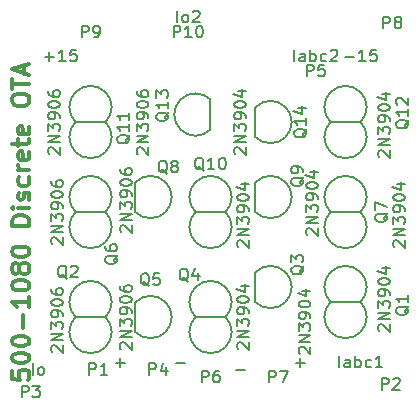
<source format=gto>
G04 #@! TF.FileFunction,Legend,Top*
%FSLAX46Y46*%
G04 Gerber Fmt 4.6, Leading zero omitted, Abs format (unit mm)*
G04 Created by KiCad (PCBNEW (2016-03-22 BZR 6643, Git db8c72c)-product) date 4/2/2016 6:11:23 PM*
%MOMM*%
G01*
G04 APERTURE LIST*
%ADD10C,0.100000*%
%ADD11C,0.300000*%
%ADD12C,0.150000*%
G04 APERTURE END LIST*
D10*
D11*
X77156571Y-109944712D02*
X77156571Y-110658998D01*
X77870857Y-110730427D01*
X77799429Y-110658998D01*
X77728000Y-110516141D01*
X77728000Y-110158998D01*
X77799429Y-110016141D01*
X77870857Y-109944712D01*
X78013714Y-109873284D01*
X78370857Y-109873284D01*
X78513714Y-109944712D01*
X78585143Y-110016141D01*
X78656571Y-110158998D01*
X78656571Y-110516141D01*
X78585143Y-110658998D01*
X78513714Y-110730427D01*
X77156571Y-108944713D02*
X77156571Y-108801856D01*
X77228000Y-108658999D01*
X77299429Y-108587570D01*
X77442286Y-108516141D01*
X77728000Y-108444713D01*
X78085143Y-108444713D01*
X78370857Y-108516141D01*
X78513714Y-108587570D01*
X78585143Y-108658999D01*
X78656571Y-108801856D01*
X78656571Y-108944713D01*
X78585143Y-109087570D01*
X78513714Y-109158999D01*
X78370857Y-109230427D01*
X78085143Y-109301856D01*
X77728000Y-109301856D01*
X77442286Y-109230427D01*
X77299429Y-109158999D01*
X77228000Y-109087570D01*
X77156571Y-108944713D01*
X77156571Y-107516142D02*
X77156571Y-107373285D01*
X77228000Y-107230428D01*
X77299429Y-107158999D01*
X77442286Y-107087570D01*
X77728000Y-107016142D01*
X78085143Y-107016142D01*
X78370857Y-107087570D01*
X78513714Y-107158999D01*
X78585143Y-107230428D01*
X78656571Y-107373285D01*
X78656571Y-107516142D01*
X78585143Y-107658999D01*
X78513714Y-107730428D01*
X78370857Y-107801856D01*
X78085143Y-107873285D01*
X77728000Y-107873285D01*
X77442286Y-107801856D01*
X77299429Y-107730428D01*
X77228000Y-107658999D01*
X77156571Y-107516142D01*
X78085143Y-106373285D02*
X78085143Y-105230428D01*
X78656571Y-103730428D02*
X78656571Y-104587571D01*
X78656571Y-104158999D02*
X77156571Y-104158999D01*
X77370857Y-104301856D01*
X77513714Y-104444714D01*
X77585143Y-104587571D01*
X77156571Y-102801857D02*
X77156571Y-102659000D01*
X77228000Y-102516143D01*
X77299429Y-102444714D01*
X77442286Y-102373285D01*
X77728000Y-102301857D01*
X78085143Y-102301857D01*
X78370857Y-102373285D01*
X78513714Y-102444714D01*
X78585143Y-102516143D01*
X78656571Y-102659000D01*
X78656571Y-102801857D01*
X78585143Y-102944714D01*
X78513714Y-103016143D01*
X78370857Y-103087571D01*
X78085143Y-103159000D01*
X77728000Y-103159000D01*
X77442286Y-103087571D01*
X77299429Y-103016143D01*
X77228000Y-102944714D01*
X77156571Y-102801857D01*
X77799429Y-101444714D02*
X77728000Y-101587572D01*
X77656571Y-101659000D01*
X77513714Y-101730429D01*
X77442286Y-101730429D01*
X77299429Y-101659000D01*
X77228000Y-101587572D01*
X77156571Y-101444714D01*
X77156571Y-101159000D01*
X77228000Y-101016143D01*
X77299429Y-100944714D01*
X77442286Y-100873286D01*
X77513714Y-100873286D01*
X77656571Y-100944714D01*
X77728000Y-101016143D01*
X77799429Y-101159000D01*
X77799429Y-101444714D01*
X77870857Y-101587572D01*
X77942286Y-101659000D01*
X78085143Y-101730429D01*
X78370857Y-101730429D01*
X78513714Y-101659000D01*
X78585143Y-101587572D01*
X78656571Y-101444714D01*
X78656571Y-101159000D01*
X78585143Y-101016143D01*
X78513714Y-100944714D01*
X78370857Y-100873286D01*
X78085143Y-100873286D01*
X77942286Y-100944714D01*
X77870857Y-101016143D01*
X77799429Y-101159000D01*
X77156571Y-99944715D02*
X77156571Y-99801858D01*
X77228000Y-99659001D01*
X77299429Y-99587572D01*
X77442286Y-99516143D01*
X77728000Y-99444715D01*
X78085143Y-99444715D01*
X78370857Y-99516143D01*
X78513714Y-99587572D01*
X78585143Y-99659001D01*
X78656571Y-99801858D01*
X78656571Y-99944715D01*
X78585143Y-100087572D01*
X78513714Y-100159001D01*
X78370857Y-100230429D01*
X78085143Y-100301858D01*
X77728000Y-100301858D01*
X77442286Y-100230429D01*
X77299429Y-100159001D01*
X77228000Y-100087572D01*
X77156571Y-99944715D01*
X78656571Y-97659001D02*
X77156571Y-97659001D01*
X77156571Y-97301858D01*
X77228000Y-97087573D01*
X77370857Y-96944715D01*
X77513714Y-96873287D01*
X77799429Y-96801858D01*
X78013714Y-96801858D01*
X78299429Y-96873287D01*
X78442286Y-96944715D01*
X78585143Y-97087573D01*
X78656571Y-97301858D01*
X78656571Y-97659001D01*
X78656571Y-96159001D02*
X77656571Y-96159001D01*
X77156571Y-96159001D02*
X77228000Y-96230430D01*
X77299429Y-96159001D01*
X77228000Y-96087573D01*
X77156571Y-96159001D01*
X77299429Y-96159001D01*
X78585143Y-95516144D02*
X78656571Y-95373287D01*
X78656571Y-95087572D01*
X78585143Y-94944715D01*
X78442286Y-94873287D01*
X78370857Y-94873287D01*
X78228000Y-94944715D01*
X78156571Y-95087572D01*
X78156571Y-95301858D01*
X78085143Y-95444715D01*
X77942286Y-95516144D01*
X77870857Y-95516144D01*
X77728000Y-95444715D01*
X77656571Y-95301858D01*
X77656571Y-95087572D01*
X77728000Y-94944715D01*
X78585143Y-93587572D02*
X78656571Y-93730429D01*
X78656571Y-94016143D01*
X78585143Y-94159001D01*
X78513714Y-94230429D01*
X78370857Y-94301858D01*
X77942286Y-94301858D01*
X77799429Y-94230429D01*
X77728000Y-94159001D01*
X77656571Y-94016143D01*
X77656571Y-93730429D01*
X77728000Y-93587572D01*
X78656571Y-92944715D02*
X77656571Y-92944715D01*
X77942286Y-92944715D02*
X77799429Y-92873287D01*
X77728000Y-92801858D01*
X77656571Y-92659001D01*
X77656571Y-92516144D01*
X78585143Y-91444716D02*
X78656571Y-91587573D01*
X78656571Y-91873287D01*
X78585143Y-92016144D01*
X78442286Y-92087573D01*
X77870857Y-92087573D01*
X77728000Y-92016144D01*
X77656571Y-91873287D01*
X77656571Y-91587573D01*
X77728000Y-91444716D01*
X77870857Y-91373287D01*
X78013714Y-91373287D01*
X78156571Y-92087573D01*
X77656571Y-90944716D02*
X77656571Y-90373287D01*
X77156571Y-90730430D02*
X78442286Y-90730430D01*
X78585143Y-90659002D01*
X78656571Y-90516144D01*
X78656571Y-90373287D01*
X78585143Y-89301859D02*
X78656571Y-89444716D01*
X78656571Y-89730430D01*
X78585143Y-89873287D01*
X78442286Y-89944716D01*
X77870857Y-89944716D01*
X77728000Y-89873287D01*
X77656571Y-89730430D01*
X77656571Y-89444716D01*
X77728000Y-89301859D01*
X77870857Y-89230430D01*
X78013714Y-89230430D01*
X78156571Y-89944716D01*
X77156571Y-87159002D02*
X77156571Y-86873288D01*
X77228000Y-86730430D01*
X77370857Y-86587573D01*
X77656571Y-86516145D01*
X78156571Y-86516145D01*
X78442286Y-86587573D01*
X78585143Y-86730430D01*
X78656571Y-86873288D01*
X78656571Y-87159002D01*
X78585143Y-87301859D01*
X78442286Y-87444716D01*
X78156571Y-87516145D01*
X77656571Y-87516145D01*
X77370857Y-87444716D01*
X77228000Y-87301859D01*
X77156571Y-87159002D01*
X77156571Y-86087573D02*
X77156571Y-85230430D01*
X78656571Y-85659001D02*
X77156571Y-85659001D01*
X78228000Y-84801859D02*
X78228000Y-84087573D01*
X78656571Y-84944716D02*
X77156571Y-84444716D01*
X78656571Y-83944716D01*
D12*
X90170000Y-93980000D02*
G75*
G03X87630000Y-93980000I-1270000J-1270000D01*
G01*
X90170000Y-96520000D02*
G75*
G03X90170000Y-93980000I-1270000J1270000D01*
G01*
X87630000Y-96520000D02*
G75*
G03X90170000Y-96520000I1270000J1270000D01*
G01*
X87630000Y-93980000D02*
X87630000Y-96520000D01*
X100330000Y-93980000D02*
G75*
G03X97790000Y-93980000I-1270000J-1270000D01*
G01*
X100330000Y-96520000D02*
G75*
G03X100330000Y-93980000I-1270000J1270000D01*
G01*
X97790000Y-96520000D02*
G75*
G03X100330000Y-96520000I1270000J1270000D01*
G01*
X97790000Y-93980000D02*
X97790000Y-96520000D01*
X100330000Y-87630000D02*
G75*
G03X97790000Y-87630000I-1270000J-1270000D01*
G01*
X100330000Y-90170000D02*
G75*
G03X100330000Y-87630000I-1270000J1270000D01*
G01*
X97790000Y-90170000D02*
G75*
G03X100330000Y-90170000I1270000J1270000D01*
G01*
X97790000Y-87630000D02*
X97790000Y-90170000D01*
X91440000Y-89535000D02*
G75*
G03X93980000Y-89535000I1270000J1270000D01*
G01*
X91440000Y-86995000D02*
G75*
G03X91440000Y-89535000I1270000J-1270000D01*
G01*
X93980000Y-86995000D02*
G75*
G03X91440000Y-86995000I-1270000J-1270000D01*
G01*
X93980000Y-89535000D02*
X93980000Y-86995000D01*
X90170000Y-104140000D02*
G75*
G03X87630000Y-104140000I-1270000J-1270000D01*
G01*
X90170000Y-106680000D02*
G75*
G03X90170000Y-104140000I-1270000J1270000D01*
G01*
X87630000Y-106680000D02*
G75*
G03X90170000Y-106680000I1270000J1270000D01*
G01*
X87630000Y-104140000D02*
X87630000Y-106680000D01*
X100330000Y-101600000D02*
G75*
G03X97790000Y-101600000I-1270000J-1270000D01*
G01*
X100330000Y-104140000D02*
G75*
G03X100330000Y-101600000I-1270000J1270000D01*
G01*
X97790000Y-104140000D02*
G75*
G03X100330000Y-104140000I1270000J1270000D01*
G01*
X97790000Y-101600000D02*
X97790000Y-104140000D01*
X104140000Y-88900000D02*
G75*
G03X104140000Y-91440000I1270000J-1270000D01*
G01*
X104140000Y-91440000D02*
G75*
G03X106680000Y-91440000I1270000J1270000D01*
G01*
X106680000Y-91440000D02*
G75*
G03X106680000Y-88900000I-1270000J1270000D01*
G01*
X106680000Y-88900000D02*
G75*
G03X106680000Y-86360000I-1270000J1270000D01*
G01*
X106680000Y-86360000D02*
G75*
G03X104140000Y-86360000I-1270000J-1270000D01*
G01*
X104140000Y-86360000D02*
G75*
G03X104140000Y-88900000I1270000J-1270000D01*
G01*
X104140000Y-88900000D02*
X106680000Y-88900000D01*
X85090000Y-88900000D02*
G75*
G03X85090000Y-86360000I-1270000J1270000D01*
G01*
X85090000Y-86360000D02*
G75*
G03X82550000Y-86360000I-1270000J-1270000D01*
G01*
X82550000Y-86360000D02*
G75*
G03X82550000Y-88900000I1270000J-1270000D01*
G01*
X82550000Y-88900000D02*
G75*
G03X82550000Y-91440000I1270000J-1270000D01*
G01*
X82550000Y-91440000D02*
G75*
G03X85090000Y-91440000I1270000J1270000D01*
G01*
X85090000Y-91440000D02*
G75*
G03X85090000Y-88900000I-1270000J1270000D01*
G01*
X85090000Y-88900000D02*
X82550000Y-88900000D01*
X92710000Y-96520000D02*
G75*
G03X92710000Y-99060000I1270000J-1270000D01*
G01*
X92710000Y-99060000D02*
G75*
G03X95250000Y-99060000I1270000J1270000D01*
G01*
X95250000Y-99060000D02*
G75*
G03X95250000Y-96520000I-1270000J1270000D01*
G01*
X95250000Y-96520000D02*
G75*
G03X95250000Y-93980000I-1270000J1270000D01*
G01*
X95250000Y-93980000D02*
G75*
G03X92710000Y-93980000I-1270000J-1270000D01*
G01*
X92710000Y-93980000D02*
G75*
G03X92710000Y-96520000I1270000J-1270000D01*
G01*
X92710000Y-96520000D02*
X95250000Y-96520000D01*
X104140000Y-96520000D02*
G75*
G03X104140000Y-99060000I1270000J-1270000D01*
G01*
X104140000Y-99060000D02*
G75*
G03X106680000Y-99060000I1270000J1270000D01*
G01*
X106680000Y-99060000D02*
G75*
G03X106680000Y-96520000I-1270000J1270000D01*
G01*
X106680000Y-96520000D02*
G75*
G03X106680000Y-93980000I-1270000J1270000D01*
G01*
X106680000Y-93980000D02*
G75*
G03X104140000Y-93980000I-1270000J-1270000D01*
G01*
X104140000Y-93980000D02*
G75*
G03X104140000Y-96520000I1270000J-1270000D01*
G01*
X104140000Y-96520000D02*
X106680000Y-96520000D01*
X85090000Y-96520000D02*
G75*
G03X85090000Y-93980000I-1270000J1270000D01*
G01*
X85090000Y-93980000D02*
G75*
G03X82550000Y-93980000I-1270000J-1270000D01*
G01*
X82550000Y-93980000D02*
G75*
G03X82550000Y-96520000I1270000J-1270000D01*
G01*
X82550000Y-96520000D02*
G75*
G03X82550000Y-99060000I1270000J-1270000D01*
G01*
X82550000Y-99060000D02*
G75*
G03X85090000Y-99060000I1270000J1270000D01*
G01*
X85090000Y-99060000D02*
G75*
G03X85090000Y-96520000I-1270000J1270000D01*
G01*
X85090000Y-96520000D02*
X82550000Y-96520000D01*
X95250000Y-105410000D02*
G75*
G03X95250000Y-102870000I-1270000J1270000D01*
G01*
X95250000Y-102870000D02*
G75*
G03X92710000Y-102870000I-1270000J-1270000D01*
G01*
X92710000Y-102870000D02*
G75*
G03X92710000Y-105410000I1270000J-1270000D01*
G01*
X92710000Y-105410000D02*
G75*
G03X92710000Y-107950000I1270000J-1270000D01*
G01*
X92710000Y-107950000D02*
G75*
G03X95250000Y-107950000I1270000J1270000D01*
G01*
X95250000Y-107950000D02*
G75*
G03X95250000Y-105410000I-1270000J1270000D01*
G01*
X95250000Y-105410000D02*
X92710000Y-105410000D01*
X85090000Y-105410000D02*
G75*
G03X85090000Y-102870000I-1270000J1270000D01*
G01*
X85090000Y-102870000D02*
G75*
G03X82550000Y-102870000I-1270000J-1270000D01*
G01*
X82550000Y-102870000D02*
G75*
G03X82550000Y-105410000I1270000J-1270000D01*
G01*
X82550000Y-105410000D02*
G75*
G03X82550000Y-107950000I1270000J-1270000D01*
G01*
X82550000Y-107950000D02*
G75*
G03X85090000Y-107950000I1270000J1270000D01*
G01*
X85090000Y-107950000D02*
G75*
G03X85090000Y-105410000I-1270000J1270000D01*
G01*
X85090000Y-105410000D02*
X82550000Y-105410000D01*
X104140000Y-104140000D02*
G75*
G03X104140000Y-106680000I1270000J-1270000D01*
G01*
X104140000Y-106680000D02*
G75*
G03X106680000Y-106680000I1270000J1270000D01*
G01*
X106680000Y-106680000D02*
G75*
G03X106680000Y-104140000I-1270000J1270000D01*
G01*
X106680000Y-104140000D02*
G75*
G03X106680000Y-101600000I-1270000J1270000D01*
G01*
X106680000Y-101600000D02*
G75*
G03X104140000Y-101600000I-1270000J-1270000D01*
G01*
X104140000Y-101600000D02*
G75*
G03X104140000Y-104140000I1270000J-1270000D01*
G01*
X104140000Y-104140000D02*
X106680000Y-104140000D01*
X90860714Y-81732381D02*
X90860714Y-80732381D01*
X91241667Y-80732381D01*
X91336905Y-80780000D01*
X91384524Y-80827619D01*
X91432143Y-80922857D01*
X91432143Y-81065714D01*
X91384524Y-81160952D01*
X91336905Y-81208571D01*
X91241667Y-81256190D01*
X90860714Y-81256190D01*
X92384524Y-81732381D02*
X91813095Y-81732381D01*
X92098809Y-81732381D02*
X92098809Y-80732381D01*
X92003571Y-80875238D01*
X91908333Y-80970476D01*
X91813095Y-81018095D01*
X93003571Y-80732381D02*
X93098810Y-80732381D01*
X93194048Y-80780000D01*
X93241667Y-80827619D01*
X93289286Y-80922857D01*
X93336905Y-81113333D01*
X93336905Y-81351429D01*
X93289286Y-81541905D01*
X93241667Y-81637143D01*
X93194048Y-81684762D01*
X93098810Y-81732381D01*
X93003571Y-81732381D01*
X92908333Y-81684762D01*
X92860714Y-81637143D01*
X92813095Y-81541905D01*
X92765476Y-81351429D01*
X92765476Y-81113333D01*
X92813095Y-80922857D01*
X92860714Y-80827619D01*
X92908333Y-80780000D01*
X93003571Y-80732381D01*
X91146429Y-80462381D02*
X91146429Y-79462381D01*
X91765476Y-80462381D02*
X91670238Y-80414762D01*
X91622619Y-80367143D01*
X91575000Y-80271905D01*
X91575000Y-79986190D01*
X91622619Y-79890952D01*
X91670238Y-79843333D01*
X91765476Y-79795714D01*
X91908334Y-79795714D01*
X92003572Y-79843333D01*
X92051191Y-79890952D01*
X92098810Y-79986190D01*
X92098810Y-80271905D01*
X92051191Y-80367143D01*
X92003572Y-80414762D01*
X91908334Y-80462381D01*
X91765476Y-80462381D01*
X92479762Y-79557619D02*
X92527381Y-79510000D01*
X92622619Y-79462381D01*
X92860715Y-79462381D01*
X92955953Y-79510000D01*
X93003572Y-79557619D01*
X93051191Y-79652857D01*
X93051191Y-79748095D01*
X93003572Y-79890952D01*
X92432143Y-80462381D01*
X93051191Y-80462381D01*
X83716905Y-110307381D02*
X83716905Y-109307381D01*
X84097858Y-109307381D01*
X84193096Y-109355000D01*
X84240715Y-109402619D01*
X84288334Y-109497857D01*
X84288334Y-109640714D01*
X84240715Y-109735952D01*
X84193096Y-109783571D01*
X84097858Y-109831190D01*
X83716905Y-109831190D01*
X85240715Y-110307381D02*
X84669286Y-110307381D01*
X84955000Y-110307381D02*
X84955000Y-109307381D01*
X84859762Y-109450238D01*
X84764524Y-109545476D01*
X84669286Y-109593095D01*
X85979048Y-109291429D02*
X86740953Y-109291429D01*
X86360001Y-109672381D02*
X86360001Y-108910476D01*
X108481905Y-111577381D02*
X108481905Y-110577381D01*
X108862858Y-110577381D01*
X108958096Y-110625000D01*
X109005715Y-110672619D01*
X109053334Y-110767857D01*
X109053334Y-110910714D01*
X109005715Y-111005952D01*
X108958096Y-111053571D01*
X108862858Y-111101190D01*
X108481905Y-111101190D01*
X109434286Y-110672619D02*
X109481905Y-110625000D01*
X109577143Y-110577381D01*
X109815239Y-110577381D01*
X109910477Y-110625000D01*
X109958096Y-110672619D01*
X110005715Y-110767857D01*
X110005715Y-110863095D01*
X109958096Y-111005952D01*
X109386667Y-111577381D01*
X110005715Y-111577381D01*
X104870476Y-109672381D02*
X104870476Y-108672381D01*
X105775238Y-109672381D02*
X105775238Y-109148571D01*
X105727619Y-109053333D01*
X105632381Y-109005714D01*
X105441904Y-109005714D01*
X105346666Y-109053333D01*
X105775238Y-109624762D02*
X105680000Y-109672381D01*
X105441904Y-109672381D01*
X105346666Y-109624762D01*
X105299047Y-109529524D01*
X105299047Y-109434286D01*
X105346666Y-109339048D01*
X105441904Y-109291429D01*
X105680000Y-109291429D01*
X105775238Y-109243810D01*
X106251428Y-109672381D02*
X106251428Y-108672381D01*
X106251428Y-109053333D02*
X106346666Y-109005714D01*
X106537143Y-109005714D01*
X106632381Y-109053333D01*
X106680000Y-109100952D01*
X106727619Y-109196190D01*
X106727619Y-109481905D01*
X106680000Y-109577143D01*
X106632381Y-109624762D01*
X106537143Y-109672381D01*
X106346666Y-109672381D01*
X106251428Y-109624762D01*
X107584762Y-109624762D02*
X107489524Y-109672381D01*
X107299047Y-109672381D01*
X107203809Y-109624762D01*
X107156190Y-109577143D01*
X107108571Y-109481905D01*
X107108571Y-109196190D01*
X107156190Y-109100952D01*
X107203809Y-109053333D01*
X107299047Y-109005714D01*
X107489524Y-109005714D01*
X107584762Y-109053333D01*
X108537143Y-109672381D02*
X107965714Y-109672381D01*
X108251428Y-109672381D02*
X108251428Y-108672381D01*
X108156190Y-108815238D01*
X108060952Y-108910476D01*
X107965714Y-108958095D01*
X78001905Y-112212381D02*
X78001905Y-111212381D01*
X78382858Y-111212381D01*
X78478096Y-111260000D01*
X78525715Y-111307619D01*
X78573334Y-111402857D01*
X78573334Y-111545714D01*
X78525715Y-111640952D01*
X78478096Y-111688571D01*
X78382858Y-111736190D01*
X78001905Y-111736190D01*
X78906667Y-111212381D02*
X79525715Y-111212381D01*
X79192381Y-111593333D01*
X79335239Y-111593333D01*
X79430477Y-111640952D01*
X79478096Y-111688571D01*
X79525715Y-111783810D01*
X79525715Y-112021905D01*
X79478096Y-112117143D01*
X79430477Y-112164762D01*
X79335239Y-112212381D01*
X79049524Y-112212381D01*
X78954286Y-112164762D01*
X78906667Y-112117143D01*
X78922619Y-110307381D02*
X78922619Y-109307381D01*
X79541666Y-110307381D02*
X79446428Y-110259762D01*
X79398809Y-110212143D01*
X79351190Y-110116905D01*
X79351190Y-109831190D01*
X79398809Y-109735952D01*
X79446428Y-109688333D01*
X79541666Y-109640714D01*
X79684524Y-109640714D01*
X79779762Y-109688333D01*
X79827381Y-109735952D01*
X79875000Y-109831190D01*
X79875000Y-110116905D01*
X79827381Y-110212143D01*
X79779762Y-110259762D01*
X79684524Y-110307381D01*
X79541666Y-110307381D01*
X88796905Y-110307381D02*
X88796905Y-109307381D01*
X89177858Y-109307381D01*
X89273096Y-109355000D01*
X89320715Y-109402619D01*
X89368334Y-109497857D01*
X89368334Y-109640714D01*
X89320715Y-109735952D01*
X89273096Y-109783571D01*
X89177858Y-109831190D01*
X88796905Y-109831190D01*
X90225477Y-109640714D02*
X90225477Y-110307381D01*
X89987381Y-109259762D02*
X89749286Y-109974048D01*
X90368334Y-109974048D01*
X91059048Y-109291429D02*
X91820953Y-109291429D01*
X102131905Y-85034381D02*
X102131905Y-84034381D01*
X102512858Y-84034381D01*
X102608096Y-84082000D01*
X102655715Y-84129619D01*
X102703334Y-84224857D01*
X102703334Y-84367714D01*
X102655715Y-84462952D01*
X102608096Y-84510571D01*
X102512858Y-84558190D01*
X102131905Y-84558190D01*
X103608096Y-84034381D02*
X103131905Y-84034381D01*
X103084286Y-84510571D01*
X103131905Y-84462952D01*
X103227143Y-84415333D01*
X103465239Y-84415333D01*
X103560477Y-84462952D01*
X103608096Y-84510571D01*
X103655715Y-84605810D01*
X103655715Y-84843905D01*
X103608096Y-84939143D01*
X103560477Y-84986762D01*
X103465239Y-85034381D01*
X103227143Y-85034381D01*
X103131905Y-84986762D01*
X103084286Y-84939143D01*
X101060476Y-83772381D02*
X101060476Y-82772381D01*
X101965238Y-83772381D02*
X101965238Y-83248571D01*
X101917619Y-83153333D01*
X101822381Y-83105714D01*
X101631904Y-83105714D01*
X101536666Y-83153333D01*
X101965238Y-83724762D02*
X101870000Y-83772381D01*
X101631904Y-83772381D01*
X101536666Y-83724762D01*
X101489047Y-83629524D01*
X101489047Y-83534286D01*
X101536666Y-83439048D01*
X101631904Y-83391429D01*
X101870000Y-83391429D01*
X101965238Y-83343810D01*
X102441428Y-83772381D02*
X102441428Y-82772381D01*
X102441428Y-83153333D02*
X102536666Y-83105714D01*
X102727143Y-83105714D01*
X102822381Y-83153333D01*
X102870000Y-83200952D01*
X102917619Y-83296190D01*
X102917619Y-83581905D01*
X102870000Y-83677143D01*
X102822381Y-83724762D01*
X102727143Y-83772381D01*
X102536666Y-83772381D01*
X102441428Y-83724762D01*
X103774762Y-83724762D02*
X103679524Y-83772381D01*
X103489047Y-83772381D01*
X103393809Y-83724762D01*
X103346190Y-83677143D01*
X103298571Y-83581905D01*
X103298571Y-83296190D01*
X103346190Y-83200952D01*
X103393809Y-83153333D01*
X103489047Y-83105714D01*
X103679524Y-83105714D01*
X103774762Y-83153333D01*
X104155714Y-82867619D02*
X104203333Y-82820000D01*
X104298571Y-82772381D01*
X104536667Y-82772381D01*
X104631905Y-82820000D01*
X104679524Y-82867619D01*
X104727143Y-82962857D01*
X104727143Y-83058095D01*
X104679524Y-83200952D01*
X104108095Y-83772381D01*
X104727143Y-83772381D01*
X93241905Y-110942381D02*
X93241905Y-109942381D01*
X93622858Y-109942381D01*
X93718096Y-109990000D01*
X93765715Y-110037619D01*
X93813334Y-110132857D01*
X93813334Y-110275714D01*
X93765715Y-110370952D01*
X93718096Y-110418571D01*
X93622858Y-110466190D01*
X93241905Y-110466190D01*
X94670477Y-109942381D02*
X94480000Y-109942381D01*
X94384762Y-109990000D01*
X94337143Y-110037619D01*
X94241905Y-110180476D01*
X94194286Y-110370952D01*
X94194286Y-110751905D01*
X94241905Y-110847143D01*
X94289524Y-110894762D01*
X94384762Y-110942381D01*
X94575239Y-110942381D01*
X94670477Y-110894762D01*
X94718096Y-110847143D01*
X94765715Y-110751905D01*
X94765715Y-110513810D01*
X94718096Y-110418571D01*
X94670477Y-110370952D01*
X94575239Y-110323333D01*
X94384762Y-110323333D01*
X94289524Y-110370952D01*
X94241905Y-110418571D01*
X94194286Y-110513810D01*
X96139048Y-109926429D02*
X96900953Y-109926429D01*
X98956905Y-110942381D02*
X98956905Y-109942381D01*
X99337858Y-109942381D01*
X99433096Y-109990000D01*
X99480715Y-110037619D01*
X99528334Y-110132857D01*
X99528334Y-110275714D01*
X99480715Y-110370952D01*
X99433096Y-110418571D01*
X99337858Y-110466190D01*
X98956905Y-110466190D01*
X99861667Y-109942381D02*
X100528334Y-109942381D01*
X100099762Y-110942381D01*
X101219048Y-109291429D02*
X101980953Y-109291429D01*
X101600001Y-109672381D02*
X101600001Y-108910476D01*
X108608905Y-80970381D02*
X108608905Y-79970381D01*
X108989858Y-79970381D01*
X109085096Y-80018000D01*
X109132715Y-80065619D01*
X109180334Y-80160857D01*
X109180334Y-80303714D01*
X109132715Y-80398952D01*
X109085096Y-80446571D01*
X108989858Y-80494190D01*
X108608905Y-80494190D01*
X109751762Y-80398952D02*
X109656524Y-80351333D01*
X109608905Y-80303714D01*
X109561286Y-80208476D01*
X109561286Y-80160857D01*
X109608905Y-80065619D01*
X109656524Y-80018000D01*
X109751762Y-79970381D01*
X109942239Y-79970381D01*
X110037477Y-80018000D01*
X110085096Y-80065619D01*
X110132715Y-80160857D01*
X110132715Y-80208476D01*
X110085096Y-80303714D01*
X110037477Y-80351333D01*
X109942239Y-80398952D01*
X109751762Y-80398952D01*
X109656524Y-80446571D01*
X109608905Y-80494190D01*
X109561286Y-80589429D01*
X109561286Y-80779905D01*
X109608905Y-80875143D01*
X109656524Y-80922762D01*
X109751762Y-80970381D01*
X109942239Y-80970381D01*
X110037477Y-80922762D01*
X110085096Y-80875143D01*
X110132715Y-80779905D01*
X110132715Y-80589429D01*
X110085096Y-80494190D01*
X110037477Y-80446571D01*
X109942239Y-80398952D01*
X105346667Y-83391429D02*
X106108572Y-83391429D01*
X107108572Y-83772381D02*
X106537143Y-83772381D01*
X106822857Y-83772381D02*
X106822857Y-82772381D01*
X106727619Y-82915238D01*
X106632381Y-83010476D01*
X106537143Y-83058095D01*
X108013334Y-82772381D02*
X107537143Y-82772381D01*
X107489524Y-83248571D01*
X107537143Y-83200952D01*
X107632381Y-83153333D01*
X107870477Y-83153333D01*
X107965715Y-83200952D01*
X108013334Y-83248571D01*
X108060953Y-83343810D01*
X108060953Y-83581905D01*
X108013334Y-83677143D01*
X107965715Y-83724762D01*
X107870477Y-83772381D01*
X107632381Y-83772381D01*
X107537143Y-83724762D01*
X107489524Y-83677143D01*
X83081905Y-81732381D02*
X83081905Y-80732381D01*
X83462858Y-80732381D01*
X83558096Y-80780000D01*
X83605715Y-80827619D01*
X83653334Y-80922857D01*
X83653334Y-81065714D01*
X83605715Y-81160952D01*
X83558096Y-81208571D01*
X83462858Y-81256190D01*
X83081905Y-81256190D01*
X84129524Y-81732381D02*
X84320000Y-81732381D01*
X84415239Y-81684762D01*
X84462858Y-81637143D01*
X84558096Y-81494286D01*
X84605715Y-81303810D01*
X84605715Y-80922857D01*
X84558096Y-80827619D01*
X84510477Y-80780000D01*
X84415239Y-80732381D01*
X84224762Y-80732381D01*
X84129524Y-80780000D01*
X84081905Y-80827619D01*
X84034286Y-80922857D01*
X84034286Y-81160952D01*
X84081905Y-81256190D01*
X84129524Y-81303810D01*
X84224762Y-81351429D01*
X84415239Y-81351429D01*
X84510477Y-81303810D01*
X84558096Y-81256190D01*
X84605715Y-81160952D01*
X79946667Y-83391429D02*
X80708572Y-83391429D01*
X80327620Y-83772381D02*
X80327620Y-83010476D01*
X81708572Y-83772381D02*
X81137143Y-83772381D01*
X81422857Y-83772381D02*
X81422857Y-82772381D01*
X81327619Y-82915238D01*
X81232381Y-83010476D01*
X81137143Y-83058095D01*
X82613334Y-82772381D02*
X82137143Y-82772381D01*
X82089524Y-83248571D01*
X82137143Y-83200952D01*
X82232381Y-83153333D01*
X82470477Y-83153333D01*
X82565715Y-83200952D01*
X82613334Y-83248571D01*
X82660953Y-83343810D01*
X82660953Y-83581905D01*
X82613334Y-83677143D01*
X82565715Y-83724762D01*
X82470477Y-83772381D01*
X82232381Y-83772381D01*
X82137143Y-83724762D01*
X82089524Y-83677143D01*
X90328762Y-93257619D02*
X90233524Y-93210000D01*
X90138286Y-93114762D01*
X89995429Y-92971905D01*
X89900190Y-92924286D01*
X89804952Y-92924286D01*
X89852571Y-93162381D02*
X89757333Y-93114762D01*
X89662095Y-93019524D01*
X89614476Y-92829048D01*
X89614476Y-92495714D01*
X89662095Y-92305238D01*
X89757333Y-92210000D01*
X89852571Y-92162381D01*
X90043048Y-92162381D01*
X90138286Y-92210000D01*
X90233524Y-92305238D01*
X90281143Y-92495714D01*
X90281143Y-92829048D01*
X90233524Y-93019524D01*
X90138286Y-93114762D01*
X90043048Y-93162381D01*
X89852571Y-93162381D01*
X90852571Y-92590952D02*
X90757333Y-92543333D01*
X90709714Y-92495714D01*
X90662095Y-92400476D01*
X90662095Y-92352857D01*
X90709714Y-92257619D01*
X90757333Y-92210000D01*
X90852571Y-92162381D01*
X91043048Y-92162381D01*
X91138286Y-92210000D01*
X91185905Y-92257619D01*
X91233524Y-92352857D01*
X91233524Y-92400476D01*
X91185905Y-92495714D01*
X91138286Y-92543333D01*
X91043048Y-92590952D01*
X90852571Y-92590952D01*
X90757333Y-92638571D01*
X90709714Y-92686190D01*
X90662095Y-92781429D01*
X90662095Y-92971905D01*
X90709714Y-93067143D01*
X90757333Y-93114762D01*
X90852571Y-93162381D01*
X91043048Y-93162381D01*
X91138286Y-93114762D01*
X91185905Y-93067143D01*
X91233524Y-92971905D01*
X91233524Y-92781429D01*
X91185905Y-92686190D01*
X91138286Y-92638571D01*
X91043048Y-92590952D01*
X86415619Y-98218286D02*
X86368000Y-98170667D01*
X86320381Y-98075429D01*
X86320381Y-97837333D01*
X86368000Y-97742095D01*
X86415619Y-97694476D01*
X86510857Y-97646857D01*
X86606095Y-97646857D01*
X86748952Y-97694476D01*
X87320381Y-98265905D01*
X87320381Y-97646857D01*
X87320381Y-97218286D02*
X86320381Y-97218286D01*
X87320381Y-96646857D01*
X86320381Y-96646857D01*
X86320381Y-96265905D02*
X86320381Y-95646857D01*
X86701333Y-95980191D01*
X86701333Y-95837333D01*
X86748952Y-95742095D01*
X86796571Y-95694476D01*
X86891810Y-95646857D01*
X87129905Y-95646857D01*
X87225143Y-95694476D01*
X87272762Y-95742095D01*
X87320381Y-95837333D01*
X87320381Y-96123048D01*
X87272762Y-96218286D01*
X87225143Y-96265905D01*
X87320381Y-95170667D02*
X87320381Y-94980191D01*
X87272762Y-94884952D01*
X87225143Y-94837333D01*
X87082286Y-94742095D01*
X86891810Y-94694476D01*
X86510857Y-94694476D01*
X86415619Y-94742095D01*
X86368000Y-94789714D01*
X86320381Y-94884952D01*
X86320381Y-95075429D01*
X86368000Y-95170667D01*
X86415619Y-95218286D01*
X86510857Y-95265905D01*
X86748952Y-95265905D01*
X86844190Y-95218286D01*
X86891810Y-95170667D01*
X86939429Y-95075429D01*
X86939429Y-94884952D01*
X86891810Y-94789714D01*
X86844190Y-94742095D01*
X86748952Y-94694476D01*
X86320381Y-94075429D02*
X86320381Y-93980190D01*
X86368000Y-93884952D01*
X86415619Y-93837333D01*
X86510857Y-93789714D01*
X86701333Y-93742095D01*
X86939429Y-93742095D01*
X87129905Y-93789714D01*
X87225143Y-93837333D01*
X87272762Y-93884952D01*
X87320381Y-93980190D01*
X87320381Y-94075429D01*
X87272762Y-94170667D01*
X87225143Y-94218286D01*
X87129905Y-94265905D01*
X86939429Y-94313524D01*
X86701333Y-94313524D01*
X86510857Y-94265905D01*
X86415619Y-94218286D01*
X86368000Y-94170667D01*
X86320381Y-94075429D01*
X86320381Y-92884952D02*
X86320381Y-93075429D01*
X86368000Y-93170667D01*
X86415619Y-93218286D01*
X86558476Y-93313524D01*
X86748952Y-93361143D01*
X87129905Y-93361143D01*
X87225143Y-93313524D01*
X87272762Y-93265905D01*
X87320381Y-93170667D01*
X87320381Y-92980190D01*
X87272762Y-92884952D01*
X87225143Y-92837333D01*
X87129905Y-92789714D01*
X86891810Y-92789714D01*
X86796571Y-92837333D01*
X86748952Y-92884952D01*
X86701333Y-92980190D01*
X86701333Y-93170667D01*
X86748952Y-93265905D01*
X86796571Y-93313524D01*
X86891810Y-93361143D01*
X101893619Y-93567238D02*
X101846000Y-93662476D01*
X101750762Y-93757714D01*
X101607905Y-93900571D01*
X101560286Y-93995810D01*
X101560286Y-94091048D01*
X101798381Y-94043429D02*
X101750762Y-94138667D01*
X101655524Y-94233905D01*
X101465048Y-94281524D01*
X101131714Y-94281524D01*
X100941238Y-94233905D01*
X100846000Y-94138667D01*
X100798381Y-94043429D01*
X100798381Y-93852952D01*
X100846000Y-93757714D01*
X100941238Y-93662476D01*
X101131714Y-93614857D01*
X101465048Y-93614857D01*
X101655524Y-93662476D01*
X101750762Y-93757714D01*
X101798381Y-93852952D01*
X101798381Y-94043429D01*
X101798381Y-93138667D02*
X101798381Y-92948191D01*
X101750762Y-92852952D01*
X101703143Y-92805333D01*
X101560286Y-92710095D01*
X101369810Y-92662476D01*
X100988857Y-92662476D01*
X100893619Y-92710095D01*
X100846000Y-92757714D01*
X100798381Y-92852952D01*
X100798381Y-93043429D01*
X100846000Y-93138667D01*
X100893619Y-93186286D01*
X100988857Y-93233905D01*
X101226952Y-93233905D01*
X101322190Y-93186286D01*
X101369810Y-93138667D01*
X101417429Y-93043429D01*
X101417429Y-92852952D01*
X101369810Y-92757714D01*
X101322190Y-92710095D01*
X101226952Y-92662476D01*
X102163619Y-98472286D02*
X102116000Y-98424667D01*
X102068381Y-98329429D01*
X102068381Y-98091333D01*
X102116000Y-97996095D01*
X102163619Y-97948476D01*
X102258857Y-97900857D01*
X102354095Y-97900857D01*
X102496952Y-97948476D01*
X103068381Y-98519905D01*
X103068381Y-97900857D01*
X103068381Y-97472286D02*
X102068381Y-97472286D01*
X103068381Y-96900857D01*
X102068381Y-96900857D01*
X102068381Y-96519905D02*
X102068381Y-95900857D01*
X102449333Y-96234191D01*
X102449333Y-96091333D01*
X102496952Y-95996095D01*
X102544571Y-95948476D01*
X102639810Y-95900857D01*
X102877905Y-95900857D01*
X102973143Y-95948476D01*
X103020762Y-95996095D01*
X103068381Y-96091333D01*
X103068381Y-96377048D01*
X103020762Y-96472286D01*
X102973143Y-96519905D01*
X103068381Y-95424667D02*
X103068381Y-95234191D01*
X103020762Y-95138952D01*
X102973143Y-95091333D01*
X102830286Y-94996095D01*
X102639810Y-94948476D01*
X102258857Y-94948476D01*
X102163619Y-94996095D01*
X102116000Y-95043714D01*
X102068381Y-95138952D01*
X102068381Y-95329429D01*
X102116000Y-95424667D01*
X102163619Y-95472286D01*
X102258857Y-95519905D01*
X102496952Y-95519905D01*
X102592190Y-95472286D01*
X102639810Y-95424667D01*
X102687429Y-95329429D01*
X102687429Y-95138952D01*
X102639810Y-95043714D01*
X102592190Y-94996095D01*
X102496952Y-94948476D01*
X102068381Y-94329429D02*
X102068381Y-94234190D01*
X102116000Y-94138952D01*
X102163619Y-94091333D01*
X102258857Y-94043714D01*
X102449333Y-93996095D01*
X102687429Y-93996095D01*
X102877905Y-94043714D01*
X102973143Y-94091333D01*
X103020762Y-94138952D01*
X103068381Y-94234190D01*
X103068381Y-94329429D01*
X103020762Y-94424667D01*
X102973143Y-94472286D01*
X102877905Y-94519905D01*
X102687429Y-94567524D01*
X102449333Y-94567524D01*
X102258857Y-94519905D01*
X102163619Y-94472286D01*
X102116000Y-94424667D01*
X102068381Y-94329429D01*
X102401714Y-93138952D02*
X103068381Y-93138952D01*
X102020762Y-93377048D02*
X102735048Y-93615143D01*
X102735048Y-92996095D01*
X102147619Y-89471428D02*
X102100000Y-89566666D01*
X102004762Y-89661904D01*
X101861905Y-89804761D01*
X101814286Y-89900000D01*
X101814286Y-89995238D01*
X102052381Y-89947619D02*
X102004762Y-90042857D01*
X101909524Y-90138095D01*
X101719048Y-90185714D01*
X101385714Y-90185714D01*
X101195238Y-90138095D01*
X101100000Y-90042857D01*
X101052381Y-89947619D01*
X101052381Y-89757142D01*
X101100000Y-89661904D01*
X101195238Y-89566666D01*
X101385714Y-89519047D01*
X101719048Y-89519047D01*
X101909524Y-89566666D01*
X102004762Y-89661904D01*
X102052381Y-89757142D01*
X102052381Y-89947619D01*
X102052381Y-88566666D02*
X102052381Y-89138095D01*
X102052381Y-88852381D02*
X101052381Y-88852381D01*
X101195238Y-88947619D01*
X101290476Y-89042857D01*
X101338095Y-89138095D01*
X101385714Y-87709523D02*
X102052381Y-87709523D01*
X101004762Y-87947619D02*
X101719048Y-88185714D01*
X101719048Y-87566666D01*
X96067619Y-91614286D02*
X96020000Y-91566667D01*
X95972381Y-91471429D01*
X95972381Y-91233333D01*
X96020000Y-91138095D01*
X96067619Y-91090476D01*
X96162857Y-91042857D01*
X96258095Y-91042857D01*
X96400952Y-91090476D01*
X96972381Y-91661905D01*
X96972381Y-91042857D01*
X96972381Y-90614286D02*
X95972381Y-90614286D01*
X96972381Y-90042857D01*
X95972381Y-90042857D01*
X95972381Y-89661905D02*
X95972381Y-89042857D01*
X96353333Y-89376191D01*
X96353333Y-89233333D01*
X96400952Y-89138095D01*
X96448571Y-89090476D01*
X96543810Y-89042857D01*
X96781905Y-89042857D01*
X96877143Y-89090476D01*
X96924762Y-89138095D01*
X96972381Y-89233333D01*
X96972381Y-89519048D01*
X96924762Y-89614286D01*
X96877143Y-89661905D01*
X96972381Y-88566667D02*
X96972381Y-88376191D01*
X96924762Y-88280952D01*
X96877143Y-88233333D01*
X96734286Y-88138095D01*
X96543810Y-88090476D01*
X96162857Y-88090476D01*
X96067619Y-88138095D01*
X96020000Y-88185714D01*
X95972381Y-88280952D01*
X95972381Y-88471429D01*
X96020000Y-88566667D01*
X96067619Y-88614286D01*
X96162857Y-88661905D01*
X96400952Y-88661905D01*
X96496190Y-88614286D01*
X96543810Y-88566667D01*
X96591429Y-88471429D01*
X96591429Y-88280952D01*
X96543810Y-88185714D01*
X96496190Y-88138095D01*
X96400952Y-88090476D01*
X95972381Y-87471429D02*
X95972381Y-87376190D01*
X96020000Y-87280952D01*
X96067619Y-87233333D01*
X96162857Y-87185714D01*
X96353333Y-87138095D01*
X96591429Y-87138095D01*
X96781905Y-87185714D01*
X96877143Y-87233333D01*
X96924762Y-87280952D01*
X96972381Y-87376190D01*
X96972381Y-87471429D01*
X96924762Y-87566667D01*
X96877143Y-87614286D01*
X96781905Y-87661905D01*
X96591429Y-87709524D01*
X96353333Y-87709524D01*
X96162857Y-87661905D01*
X96067619Y-87614286D01*
X96020000Y-87566667D01*
X95972381Y-87471429D01*
X96305714Y-86280952D02*
X96972381Y-86280952D01*
X95924762Y-86519048D02*
X96639048Y-86757143D01*
X96639048Y-86138095D01*
X90463619Y-88074428D02*
X90416000Y-88169666D01*
X90320762Y-88264904D01*
X90177905Y-88407761D01*
X90130286Y-88503000D01*
X90130286Y-88598238D01*
X90368381Y-88550619D02*
X90320762Y-88645857D01*
X90225524Y-88741095D01*
X90035048Y-88788714D01*
X89701714Y-88788714D01*
X89511238Y-88741095D01*
X89416000Y-88645857D01*
X89368381Y-88550619D01*
X89368381Y-88360142D01*
X89416000Y-88264904D01*
X89511238Y-88169666D01*
X89701714Y-88122047D01*
X90035048Y-88122047D01*
X90225524Y-88169666D01*
X90320762Y-88264904D01*
X90368381Y-88360142D01*
X90368381Y-88550619D01*
X90368381Y-87169666D02*
X90368381Y-87741095D01*
X90368381Y-87455381D02*
X89368381Y-87455381D01*
X89511238Y-87550619D01*
X89606476Y-87645857D01*
X89654095Y-87741095D01*
X89368381Y-86836333D02*
X89368381Y-86217285D01*
X89749333Y-86550619D01*
X89749333Y-86407761D01*
X89796952Y-86312523D01*
X89844571Y-86264904D01*
X89939810Y-86217285D01*
X90177905Y-86217285D01*
X90273143Y-86264904D01*
X90320762Y-86312523D01*
X90368381Y-86407761D01*
X90368381Y-86693476D01*
X90320762Y-86788714D01*
X90273143Y-86836333D01*
X87812619Y-91614286D02*
X87765000Y-91566667D01*
X87717381Y-91471429D01*
X87717381Y-91233333D01*
X87765000Y-91138095D01*
X87812619Y-91090476D01*
X87907857Y-91042857D01*
X88003095Y-91042857D01*
X88145952Y-91090476D01*
X88717381Y-91661905D01*
X88717381Y-91042857D01*
X88717381Y-90614286D02*
X87717381Y-90614286D01*
X88717381Y-90042857D01*
X87717381Y-90042857D01*
X87717381Y-89661905D02*
X87717381Y-89042857D01*
X88098333Y-89376191D01*
X88098333Y-89233333D01*
X88145952Y-89138095D01*
X88193571Y-89090476D01*
X88288810Y-89042857D01*
X88526905Y-89042857D01*
X88622143Y-89090476D01*
X88669762Y-89138095D01*
X88717381Y-89233333D01*
X88717381Y-89519048D01*
X88669762Y-89614286D01*
X88622143Y-89661905D01*
X88717381Y-88566667D02*
X88717381Y-88376191D01*
X88669762Y-88280952D01*
X88622143Y-88233333D01*
X88479286Y-88138095D01*
X88288810Y-88090476D01*
X87907857Y-88090476D01*
X87812619Y-88138095D01*
X87765000Y-88185714D01*
X87717381Y-88280952D01*
X87717381Y-88471429D01*
X87765000Y-88566667D01*
X87812619Y-88614286D01*
X87907857Y-88661905D01*
X88145952Y-88661905D01*
X88241190Y-88614286D01*
X88288810Y-88566667D01*
X88336429Y-88471429D01*
X88336429Y-88280952D01*
X88288810Y-88185714D01*
X88241190Y-88138095D01*
X88145952Y-88090476D01*
X87717381Y-87471429D02*
X87717381Y-87376190D01*
X87765000Y-87280952D01*
X87812619Y-87233333D01*
X87907857Y-87185714D01*
X88098333Y-87138095D01*
X88336429Y-87138095D01*
X88526905Y-87185714D01*
X88622143Y-87233333D01*
X88669762Y-87280952D01*
X88717381Y-87376190D01*
X88717381Y-87471429D01*
X88669762Y-87566667D01*
X88622143Y-87614286D01*
X88526905Y-87661905D01*
X88336429Y-87709524D01*
X88098333Y-87709524D01*
X87907857Y-87661905D01*
X87812619Y-87614286D01*
X87765000Y-87566667D01*
X87717381Y-87471429D01*
X87717381Y-86280952D02*
X87717381Y-86471429D01*
X87765000Y-86566667D01*
X87812619Y-86614286D01*
X87955476Y-86709524D01*
X88145952Y-86757143D01*
X88526905Y-86757143D01*
X88622143Y-86709524D01*
X88669762Y-86661905D01*
X88717381Y-86566667D01*
X88717381Y-86376190D01*
X88669762Y-86280952D01*
X88622143Y-86233333D01*
X88526905Y-86185714D01*
X88288810Y-86185714D01*
X88193571Y-86233333D01*
X88145952Y-86280952D01*
X88098333Y-86376190D01*
X88098333Y-86566667D01*
X88145952Y-86661905D01*
X88193571Y-86709524D01*
X88288810Y-86757143D01*
X88804762Y-102782619D02*
X88709524Y-102735000D01*
X88614286Y-102639762D01*
X88471429Y-102496905D01*
X88376190Y-102449286D01*
X88280952Y-102449286D01*
X88328571Y-102687381D02*
X88233333Y-102639762D01*
X88138095Y-102544524D01*
X88090476Y-102354048D01*
X88090476Y-102020714D01*
X88138095Y-101830238D01*
X88233333Y-101735000D01*
X88328571Y-101687381D01*
X88519048Y-101687381D01*
X88614286Y-101735000D01*
X88709524Y-101830238D01*
X88757143Y-102020714D01*
X88757143Y-102354048D01*
X88709524Y-102544524D01*
X88614286Y-102639762D01*
X88519048Y-102687381D01*
X88328571Y-102687381D01*
X89661905Y-101687381D02*
X89185714Y-101687381D01*
X89138095Y-102163571D01*
X89185714Y-102115952D01*
X89280952Y-102068333D01*
X89519048Y-102068333D01*
X89614286Y-102115952D01*
X89661905Y-102163571D01*
X89709524Y-102258810D01*
X89709524Y-102496905D01*
X89661905Y-102592143D01*
X89614286Y-102639762D01*
X89519048Y-102687381D01*
X89280952Y-102687381D01*
X89185714Y-102639762D01*
X89138095Y-102592143D01*
X86407619Y-108124286D02*
X86360000Y-108076667D01*
X86312381Y-107981429D01*
X86312381Y-107743333D01*
X86360000Y-107648095D01*
X86407619Y-107600476D01*
X86502857Y-107552857D01*
X86598095Y-107552857D01*
X86740952Y-107600476D01*
X87312381Y-108171905D01*
X87312381Y-107552857D01*
X87312381Y-107124286D02*
X86312381Y-107124286D01*
X87312381Y-106552857D01*
X86312381Y-106552857D01*
X86312381Y-106171905D02*
X86312381Y-105552857D01*
X86693333Y-105886191D01*
X86693333Y-105743333D01*
X86740952Y-105648095D01*
X86788571Y-105600476D01*
X86883810Y-105552857D01*
X87121905Y-105552857D01*
X87217143Y-105600476D01*
X87264762Y-105648095D01*
X87312381Y-105743333D01*
X87312381Y-106029048D01*
X87264762Y-106124286D01*
X87217143Y-106171905D01*
X87312381Y-105076667D02*
X87312381Y-104886191D01*
X87264762Y-104790952D01*
X87217143Y-104743333D01*
X87074286Y-104648095D01*
X86883810Y-104600476D01*
X86502857Y-104600476D01*
X86407619Y-104648095D01*
X86360000Y-104695714D01*
X86312381Y-104790952D01*
X86312381Y-104981429D01*
X86360000Y-105076667D01*
X86407619Y-105124286D01*
X86502857Y-105171905D01*
X86740952Y-105171905D01*
X86836190Y-105124286D01*
X86883810Y-105076667D01*
X86931429Y-104981429D01*
X86931429Y-104790952D01*
X86883810Y-104695714D01*
X86836190Y-104648095D01*
X86740952Y-104600476D01*
X86312381Y-103981429D02*
X86312381Y-103886190D01*
X86360000Y-103790952D01*
X86407619Y-103743333D01*
X86502857Y-103695714D01*
X86693333Y-103648095D01*
X86931429Y-103648095D01*
X87121905Y-103695714D01*
X87217143Y-103743333D01*
X87264762Y-103790952D01*
X87312381Y-103886190D01*
X87312381Y-103981429D01*
X87264762Y-104076667D01*
X87217143Y-104124286D01*
X87121905Y-104171905D01*
X86931429Y-104219524D01*
X86693333Y-104219524D01*
X86502857Y-104171905D01*
X86407619Y-104124286D01*
X86360000Y-104076667D01*
X86312381Y-103981429D01*
X86312381Y-102790952D02*
X86312381Y-102981429D01*
X86360000Y-103076667D01*
X86407619Y-103124286D01*
X86550476Y-103219524D01*
X86740952Y-103267143D01*
X87121905Y-103267143D01*
X87217143Y-103219524D01*
X87264762Y-103171905D01*
X87312381Y-103076667D01*
X87312381Y-102886190D01*
X87264762Y-102790952D01*
X87217143Y-102743333D01*
X87121905Y-102695714D01*
X86883810Y-102695714D01*
X86788571Y-102743333D01*
X86740952Y-102790952D01*
X86693333Y-102886190D01*
X86693333Y-103076667D01*
X86740952Y-103171905D01*
X86788571Y-103219524D01*
X86883810Y-103267143D01*
X101893619Y-101060238D02*
X101846000Y-101155476D01*
X101750762Y-101250714D01*
X101607905Y-101393571D01*
X101560286Y-101488810D01*
X101560286Y-101584048D01*
X101798381Y-101536429D02*
X101750762Y-101631667D01*
X101655524Y-101726905D01*
X101465048Y-101774524D01*
X101131714Y-101774524D01*
X100941238Y-101726905D01*
X100846000Y-101631667D01*
X100798381Y-101536429D01*
X100798381Y-101345952D01*
X100846000Y-101250714D01*
X100941238Y-101155476D01*
X101131714Y-101107857D01*
X101465048Y-101107857D01*
X101655524Y-101155476D01*
X101750762Y-101250714D01*
X101798381Y-101345952D01*
X101798381Y-101536429D01*
X100798381Y-100774524D02*
X100798381Y-100155476D01*
X101179333Y-100488810D01*
X101179333Y-100345952D01*
X101226952Y-100250714D01*
X101274571Y-100203095D01*
X101369810Y-100155476D01*
X101607905Y-100155476D01*
X101703143Y-100203095D01*
X101750762Y-100250714D01*
X101798381Y-100345952D01*
X101798381Y-100631667D01*
X101750762Y-100726905D01*
X101703143Y-100774524D01*
X101528619Y-108505286D02*
X101481000Y-108457667D01*
X101433381Y-108362429D01*
X101433381Y-108124333D01*
X101481000Y-108029095D01*
X101528619Y-107981476D01*
X101623857Y-107933857D01*
X101719095Y-107933857D01*
X101861952Y-107981476D01*
X102433381Y-108552905D01*
X102433381Y-107933857D01*
X102433381Y-107505286D02*
X101433381Y-107505286D01*
X102433381Y-106933857D01*
X101433381Y-106933857D01*
X101433381Y-106552905D02*
X101433381Y-105933857D01*
X101814333Y-106267191D01*
X101814333Y-106124333D01*
X101861952Y-106029095D01*
X101909571Y-105981476D01*
X102004810Y-105933857D01*
X102242905Y-105933857D01*
X102338143Y-105981476D01*
X102385762Y-106029095D01*
X102433381Y-106124333D01*
X102433381Y-106410048D01*
X102385762Y-106505286D01*
X102338143Y-106552905D01*
X102433381Y-105457667D02*
X102433381Y-105267191D01*
X102385762Y-105171952D01*
X102338143Y-105124333D01*
X102195286Y-105029095D01*
X102004810Y-104981476D01*
X101623857Y-104981476D01*
X101528619Y-105029095D01*
X101481000Y-105076714D01*
X101433381Y-105171952D01*
X101433381Y-105362429D01*
X101481000Y-105457667D01*
X101528619Y-105505286D01*
X101623857Y-105552905D01*
X101861952Y-105552905D01*
X101957190Y-105505286D01*
X102004810Y-105457667D01*
X102052429Y-105362429D01*
X102052429Y-105171952D01*
X102004810Y-105076714D01*
X101957190Y-105029095D01*
X101861952Y-104981476D01*
X101433381Y-104362429D02*
X101433381Y-104267190D01*
X101481000Y-104171952D01*
X101528619Y-104124333D01*
X101623857Y-104076714D01*
X101814333Y-104029095D01*
X102052429Y-104029095D01*
X102242905Y-104076714D01*
X102338143Y-104124333D01*
X102385762Y-104171952D01*
X102433381Y-104267190D01*
X102433381Y-104362429D01*
X102385762Y-104457667D01*
X102338143Y-104505286D01*
X102242905Y-104552905D01*
X102052429Y-104600524D01*
X101814333Y-104600524D01*
X101623857Y-104552905D01*
X101528619Y-104505286D01*
X101481000Y-104457667D01*
X101433381Y-104362429D01*
X101766714Y-103171952D02*
X102433381Y-103171952D01*
X101385762Y-103410048D02*
X102100048Y-103648143D01*
X102100048Y-103029095D01*
X110783619Y-88709428D02*
X110736000Y-88804666D01*
X110640762Y-88899904D01*
X110497905Y-89042761D01*
X110450286Y-89138000D01*
X110450286Y-89233238D01*
X110688381Y-89185619D02*
X110640762Y-89280857D01*
X110545524Y-89376095D01*
X110355048Y-89423714D01*
X110021714Y-89423714D01*
X109831238Y-89376095D01*
X109736000Y-89280857D01*
X109688381Y-89185619D01*
X109688381Y-88995142D01*
X109736000Y-88899904D01*
X109831238Y-88804666D01*
X110021714Y-88757047D01*
X110355048Y-88757047D01*
X110545524Y-88804666D01*
X110640762Y-88899904D01*
X110688381Y-88995142D01*
X110688381Y-89185619D01*
X110688381Y-87804666D02*
X110688381Y-88376095D01*
X110688381Y-88090381D02*
X109688381Y-88090381D01*
X109831238Y-88185619D01*
X109926476Y-88280857D01*
X109974095Y-88376095D01*
X109783619Y-87423714D02*
X109736000Y-87376095D01*
X109688381Y-87280857D01*
X109688381Y-87042761D01*
X109736000Y-86947523D01*
X109783619Y-86899904D01*
X109878857Y-86852285D01*
X109974095Y-86852285D01*
X110116952Y-86899904D01*
X110688381Y-87471333D01*
X110688381Y-86852285D01*
X108259619Y-91868286D02*
X108212000Y-91820667D01*
X108164381Y-91725429D01*
X108164381Y-91487333D01*
X108212000Y-91392095D01*
X108259619Y-91344476D01*
X108354857Y-91296857D01*
X108450095Y-91296857D01*
X108592952Y-91344476D01*
X109164381Y-91915905D01*
X109164381Y-91296857D01*
X109164381Y-90868286D02*
X108164381Y-90868286D01*
X109164381Y-90296857D01*
X108164381Y-90296857D01*
X108164381Y-89915905D02*
X108164381Y-89296857D01*
X108545333Y-89630191D01*
X108545333Y-89487333D01*
X108592952Y-89392095D01*
X108640571Y-89344476D01*
X108735810Y-89296857D01*
X108973905Y-89296857D01*
X109069143Y-89344476D01*
X109116762Y-89392095D01*
X109164381Y-89487333D01*
X109164381Y-89773048D01*
X109116762Y-89868286D01*
X109069143Y-89915905D01*
X109164381Y-88820667D02*
X109164381Y-88630191D01*
X109116762Y-88534952D01*
X109069143Y-88487333D01*
X108926286Y-88392095D01*
X108735810Y-88344476D01*
X108354857Y-88344476D01*
X108259619Y-88392095D01*
X108212000Y-88439714D01*
X108164381Y-88534952D01*
X108164381Y-88725429D01*
X108212000Y-88820667D01*
X108259619Y-88868286D01*
X108354857Y-88915905D01*
X108592952Y-88915905D01*
X108688190Y-88868286D01*
X108735810Y-88820667D01*
X108783429Y-88725429D01*
X108783429Y-88534952D01*
X108735810Y-88439714D01*
X108688190Y-88392095D01*
X108592952Y-88344476D01*
X108164381Y-87725429D02*
X108164381Y-87630190D01*
X108212000Y-87534952D01*
X108259619Y-87487333D01*
X108354857Y-87439714D01*
X108545333Y-87392095D01*
X108783429Y-87392095D01*
X108973905Y-87439714D01*
X109069143Y-87487333D01*
X109116762Y-87534952D01*
X109164381Y-87630190D01*
X109164381Y-87725429D01*
X109116762Y-87820667D01*
X109069143Y-87868286D01*
X108973905Y-87915905D01*
X108783429Y-87963524D01*
X108545333Y-87963524D01*
X108354857Y-87915905D01*
X108259619Y-87868286D01*
X108212000Y-87820667D01*
X108164381Y-87725429D01*
X108497714Y-86534952D02*
X109164381Y-86534952D01*
X108116762Y-86773048D02*
X108831048Y-87011143D01*
X108831048Y-86392095D01*
X87161619Y-89979428D02*
X87114000Y-90074666D01*
X87018762Y-90169904D01*
X86875905Y-90312761D01*
X86828286Y-90408000D01*
X86828286Y-90503238D01*
X87066381Y-90455619D02*
X87018762Y-90550857D01*
X86923524Y-90646095D01*
X86733048Y-90693714D01*
X86399714Y-90693714D01*
X86209238Y-90646095D01*
X86114000Y-90550857D01*
X86066381Y-90455619D01*
X86066381Y-90265142D01*
X86114000Y-90169904D01*
X86209238Y-90074666D01*
X86399714Y-90027047D01*
X86733048Y-90027047D01*
X86923524Y-90074666D01*
X87018762Y-90169904D01*
X87066381Y-90265142D01*
X87066381Y-90455619D01*
X87066381Y-89074666D02*
X87066381Y-89646095D01*
X87066381Y-89360381D02*
X86066381Y-89360381D01*
X86209238Y-89455619D01*
X86304476Y-89550857D01*
X86352095Y-89646095D01*
X87066381Y-88122285D02*
X87066381Y-88693714D01*
X87066381Y-88408000D02*
X86066381Y-88408000D01*
X86209238Y-88503238D01*
X86304476Y-88598476D01*
X86352095Y-88693714D01*
X80319619Y-91614286D02*
X80272000Y-91566667D01*
X80224381Y-91471429D01*
X80224381Y-91233333D01*
X80272000Y-91138095D01*
X80319619Y-91090476D01*
X80414857Y-91042857D01*
X80510095Y-91042857D01*
X80652952Y-91090476D01*
X81224381Y-91661905D01*
X81224381Y-91042857D01*
X81224381Y-90614286D02*
X80224381Y-90614286D01*
X81224381Y-90042857D01*
X80224381Y-90042857D01*
X80224381Y-89661905D02*
X80224381Y-89042857D01*
X80605333Y-89376191D01*
X80605333Y-89233333D01*
X80652952Y-89138095D01*
X80700571Y-89090476D01*
X80795810Y-89042857D01*
X81033905Y-89042857D01*
X81129143Y-89090476D01*
X81176762Y-89138095D01*
X81224381Y-89233333D01*
X81224381Y-89519048D01*
X81176762Y-89614286D01*
X81129143Y-89661905D01*
X81224381Y-88566667D02*
X81224381Y-88376191D01*
X81176762Y-88280952D01*
X81129143Y-88233333D01*
X80986286Y-88138095D01*
X80795810Y-88090476D01*
X80414857Y-88090476D01*
X80319619Y-88138095D01*
X80272000Y-88185714D01*
X80224381Y-88280952D01*
X80224381Y-88471429D01*
X80272000Y-88566667D01*
X80319619Y-88614286D01*
X80414857Y-88661905D01*
X80652952Y-88661905D01*
X80748190Y-88614286D01*
X80795810Y-88566667D01*
X80843429Y-88471429D01*
X80843429Y-88280952D01*
X80795810Y-88185714D01*
X80748190Y-88138095D01*
X80652952Y-88090476D01*
X80224381Y-87471429D02*
X80224381Y-87376190D01*
X80272000Y-87280952D01*
X80319619Y-87233333D01*
X80414857Y-87185714D01*
X80605333Y-87138095D01*
X80843429Y-87138095D01*
X81033905Y-87185714D01*
X81129143Y-87233333D01*
X81176762Y-87280952D01*
X81224381Y-87376190D01*
X81224381Y-87471429D01*
X81176762Y-87566667D01*
X81129143Y-87614286D01*
X81033905Y-87661905D01*
X80843429Y-87709524D01*
X80605333Y-87709524D01*
X80414857Y-87661905D01*
X80319619Y-87614286D01*
X80272000Y-87566667D01*
X80224381Y-87471429D01*
X80224381Y-86280952D02*
X80224381Y-86471429D01*
X80272000Y-86566667D01*
X80319619Y-86614286D01*
X80462476Y-86709524D01*
X80652952Y-86757143D01*
X81033905Y-86757143D01*
X81129143Y-86709524D01*
X81176762Y-86661905D01*
X81224381Y-86566667D01*
X81224381Y-86376190D01*
X81176762Y-86280952D01*
X81129143Y-86233333D01*
X81033905Y-86185714D01*
X80795810Y-86185714D01*
X80700571Y-86233333D01*
X80652952Y-86280952D01*
X80605333Y-86376190D01*
X80605333Y-86566667D01*
X80652952Y-86661905D01*
X80700571Y-86709524D01*
X80795810Y-86757143D01*
X93408572Y-93003619D02*
X93313334Y-92956000D01*
X93218096Y-92860762D01*
X93075239Y-92717905D01*
X92980000Y-92670286D01*
X92884762Y-92670286D01*
X92932381Y-92908381D02*
X92837143Y-92860762D01*
X92741905Y-92765524D01*
X92694286Y-92575048D01*
X92694286Y-92241714D01*
X92741905Y-92051238D01*
X92837143Y-91956000D01*
X92932381Y-91908381D01*
X93122858Y-91908381D01*
X93218096Y-91956000D01*
X93313334Y-92051238D01*
X93360953Y-92241714D01*
X93360953Y-92575048D01*
X93313334Y-92765524D01*
X93218096Y-92860762D01*
X93122858Y-92908381D01*
X92932381Y-92908381D01*
X94313334Y-92908381D02*
X93741905Y-92908381D01*
X94027619Y-92908381D02*
X94027619Y-91908381D01*
X93932381Y-92051238D01*
X93837143Y-92146476D01*
X93741905Y-92194095D01*
X94932381Y-91908381D02*
X95027620Y-91908381D01*
X95122858Y-91956000D01*
X95170477Y-92003619D01*
X95218096Y-92098857D01*
X95265715Y-92289333D01*
X95265715Y-92527429D01*
X95218096Y-92717905D01*
X95170477Y-92813143D01*
X95122858Y-92860762D01*
X95027620Y-92908381D01*
X94932381Y-92908381D01*
X94837143Y-92860762D01*
X94789524Y-92813143D01*
X94741905Y-92717905D01*
X94694286Y-92527429D01*
X94694286Y-92289333D01*
X94741905Y-92098857D01*
X94789524Y-92003619D01*
X94837143Y-91956000D01*
X94932381Y-91908381D01*
X96321619Y-99488286D02*
X96274000Y-99440667D01*
X96226381Y-99345429D01*
X96226381Y-99107333D01*
X96274000Y-99012095D01*
X96321619Y-98964476D01*
X96416857Y-98916857D01*
X96512095Y-98916857D01*
X96654952Y-98964476D01*
X97226381Y-99535905D01*
X97226381Y-98916857D01*
X97226381Y-98488286D02*
X96226381Y-98488286D01*
X97226381Y-97916857D01*
X96226381Y-97916857D01*
X96226381Y-97535905D02*
X96226381Y-96916857D01*
X96607333Y-97250191D01*
X96607333Y-97107333D01*
X96654952Y-97012095D01*
X96702571Y-96964476D01*
X96797810Y-96916857D01*
X97035905Y-96916857D01*
X97131143Y-96964476D01*
X97178762Y-97012095D01*
X97226381Y-97107333D01*
X97226381Y-97393048D01*
X97178762Y-97488286D01*
X97131143Y-97535905D01*
X97226381Y-96440667D02*
X97226381Y-96250191D01*
X97178762Y-96154952D01*
X97131143Y-96107333D01*
X96988286Y-96012095D01*
X96797810Y-95964476D01*
X96416857Y-95964476D01*
X96321619Y-96012095D01*
X96274000Y-96059714D01*
X96226381Y-96154952D01*
X96226381Y-96345429D01*
X96274000Y-96440667D01*
X96321619Y-96488286D01*
X96416857Y-96535905D01*
X96654952Y-96535905D01*
X96750190Y-96488286D01*
X96797810Y-96440667D01*
X96845429Y-96345429D01*
X96845429Y-96154952D01*
X96797810Y-96059714D01*
X96750190Y-96012095D01*
X96654952Y-95964476D01*
X96226381Y-95345429D02*
X96226381Y-95250190D01*
X96274000Y-95154952D01*
X96321619Y-95107333D01*
X96416857Y-95059714D01*
X96607333Y-95012095D01*
X96845429Y-95012095D01*
X97035905Y-95059714D01*
X97131143Y-95107333D01*
X97178762Y-95154952D01*
X97226381Y-95250190D01*
X97226381Y-95345429D01*
X97178762Y-95440667D01*
X97131143Y-95488286D01*
X97035905Y-95535905D01*
X96845429Y-95583524D01*
X96607333Y-95583524D01*
X96416857Y-95535905D01*
X96321619Y-95488286D01*
X96274000Y-95440667D01*
X96226381Y-95345429D01*
X96559714Y-94154952D02*
X97226381Y-94154952D01*
X96178762Y-94393048D02*
X96893048Y-94631143D01*
X96893048Y-94012095D01*
X109005619Y-96615238D02*
X108958000Y-96710476D01*
X108862762Y-96805714D01*
X108719905Y-96948571D01*
X108672286Y-97043810D01*
X108672286Y-97139048D01*
X108910381Y-97091429D02*
X108862762Y-97186667D01*
X108767524Y-97281905D01*
X108577048Y-97329524D01*
X108243714Y-97329524D01*
X108053238Y-97281905D01*
X107958000Y-97186667D01*
X107910381Y-97091429D01*
X107910381Y-96900952D01*
X107958000Y-96805714D01*
X108053238Y-96710476D01*
X108243714Y-96662857D01*
X108577048Y-96662857D01*
X108767524Y-96710476D01*
X108862762Y-96805714D01*
X108910381Y-96900952D01*
X108910381Y-97091429D01*
X107910381Y-96329524D02*
X107910381Y-95662857D01*
X108910381Y-96091429D01*
X109529619Y-99488286D02*
X109482000Y-99440667D01*
X109434381Y-99345429D01*
X109434381Y-99107333D01*
X109482000Y-99012095D01*
X109529619Y-98964476D01*
X109624857Y-98916857D01*
X109720095Y-98916857D01*
X109862952Y-98964476D01*
X110434381Y-99535905D01*
X110434381Y-98916857D01*
X110434381Y-98488286D02*
X109434381Y-98488286D01*
X110434381Y-97916857D01*
X109434381Y-97916857D01*
X109434381Y-97535905D02*
X109434381Y-96916857D01*
X109815333Y-97250191D01*
X109815333Y-97107333D01*
X109862952Y-97012095D01*
X109910571Y-96964476D01*
X110005810Y-96916857D01*
X110243905Y-96916857D01*
X110339143Y-96964476D01*
X110386762Y-97012095D01*
X110434381Y-97107333D01*
X110434381Y-97393048D01*
X110386762Y-97488286D01*
X110339143Y-97535905D01*
X110434381Y-96440667D02*
X110434381Y-96250191D01*
X110386762Y-96154952D01*
X110339143Y-96107333D01*
X110196286Y-96012095D01*
X110005810Y-95964476D01*
X109624857Y-95964476D01*
X109529619Y-96012095D01*
X109482000Y-96059714D01*
X109434381Y-96154952D01*
X109434381Y-96345429D01*
X109482000Y-96440667D01*
X109529619Y-96488286D01*
X109624857Y-96535905D01*
X109862952Y-96535905D01*
X109958190Y-96488286D01*
X110005810Y-96440667D01*
X110053429Y-96345429D01*
X110053429Y-96154952D01*
X110005810Y-96059714D01*
X109958190Y-96012095D01*
X109862952Y-95964476D01*
X109434381Y-95345429D02*
X109434381Y-95250190D01*
X109482000Y-95154952D01*
X109529619Y-95107333D01*
X109624857Y-95059714D01*
X109815333Y-95012095D01*
X110053429Y-95012095D01*
X110243905Y-95059714D01*
X110339143Y-95107333D01*
X110386762Y-95154952D01*
X110434381Y-95250190D01*
X110434381Y-95345429D01*
X110386762Y-95440667D01*
X110339143Y-95488286D01*
X110243905Y-95535905D01*
X110053429Y-95583524D01*
X109815333Y-95583524D01*
X109624857Y-95535905D01*
X109529619Y-95488286D01*
X109482000Y-95440667D01*
X109434381Y-95345429D01*
X109767714Y-94154952D02*
X110434381Y-94154952D01*
X109386762Y-94393048D02*
X110101048Y-94631143D01*
X110101048Y-94012095D01*
X86145619Y-100171238D02*
X86098000Y-100266476D01*
X86002762Y-100361714D01*
X85859905Y-100504571D01*
X85812286Y-100599810D01*
X85812286Y-100695048D01*
X86050381Y-100647429D02*
X86002762Y-100742667D01*
X85907524Y-100837905D01*
X85717048Y-100885524D01*
X85383714Y-100885524D01*
X85193238Y-100837905D01*
X85098000Y-100742667D01*
X85050381Y-100647429D01*
X85050381Y-100456952D01*
X85098000Y-100361714D01*
X85193238Y-100266476D01*
X85383714Y-100218857D01*
X85717048Y-100218857D01*
X85907524Y-100266476D01*
X86002762Y-100361714D01*
X86050381Y-100456952D01*
X86050381Y-100647429D01*
X85050381Y-99361714D02*
X85050381Y-99552191D01*
X85098000Y-99647429D01*
X85145619Y-99695048D01*
X85288476Y-99790286D01*
X85478952Y-99837905D01*
X85859905Y-99837905D01*
X85955143Y-99790286D01*
X86002762Y-99742667D01*
X86050381Y-99647429D01*
X86050381Y-99456952D01*
X86002762Y-99361714D01*
X85955143Y-99314095D01*
X85859905Y-99266476D01*
X85621810Y-99266476D01*
X85526571Y-99314095D01*
X85478952Y-99361714D01*
X85431333Y-99456952D01*
X85431333Y-99647429D01*
X85478952Y-99742667D01*
X85526571Y-99790286D01*
X85621810Y-99837905D01*
X80573619Y-99234286D02*
X80526000Y-99186667D01*
X80478381Y-99091429D01*
X80478381Y-98853333D01*
X80526000Y-98758095D01*
X80573619Y-98710476D01*
X80668857Y-98662857D01*
X80764095Y-98662857D01*
X80906952Y-98710476D01*
X81478381Y-99281905D01*
X81478381Y-98662857D01*
X81478381Y-98234286D02*
X80478381Y-98234286D01*
X81478381Y-97662857D01*
X80478381Y-97662857D01*
X80478381Y-97281905D02*
X80478381Y-96662857D01*
X80859333Y-96996191D01*
X80859333Y-96853333D01*
X80906952Y-96758095D01*
X80954571Y-96710476D01*
X81049810Y-96662857D01*
X81287905Y-96662857D01*
X81383143Y-96710476D01*
X81430762Y-96758095D01*
X81478381Y-96853333D01*
X81478381Y-97139048D01*
X81430762Y-97234286D01*
X81383143Y-97281905D01*
X81478381Y-96186667D02*
X81478381Y-95996191D01*
X81430762Y-95900952D01*
X81383143Y-95853333D01*
X81240286Y-95758095D01*
X81049810Y-95710476D01*
X80668857Y-95710476D01*
X80573619Y-95758095D01*
X80526000Y-95805714D01*
X80478381Y-95900952D01*
X80478381Y-96091429D01*
X80526000Y-96186667D01*
X80573619Y-96234286D01*
X80668857Y-96281905D01*
X80906952Y-96281905D01*
X81002190Y-96234286D01*
X81049810Y-96186667D01*
X81097429Y-96091429D01*
X81097429Y-95900952D01*
X81049810Y-95805714D01*
X81002190Y-95758095D01*
X80906952Y-95710476D01*
X80478381Y-95091429D02*
X80478381Y-94996190D01*
X80526000Y-94900952D01*
X80573619Y-94853333D01*
X80668857Y-94805714D01*
X80859333Y-94758095D01*
X81097429Y-94758095D01*
X81287905Y-94805714D01*
X81383143Y-94853333D01*
X81430762Y-94900952D01*
X81478381Y-94996190D01*
X81478381Y-95091429D01*
X81430762Y-95186667D01*
X81383143Y-95234286D01*
X81287905Y-95281905D01*
X81097429Y-95329524D01*
X80859333Y-95329524D01*
X80668857Y-95281905D01*
X80573619Y-95234286D01*
X80526000Y-95186667D01*
X80478381Y-95091429D01*
X80478381Y-93900952D02*
X80478381Y-94091429D01*
X80526000Y-94186667D01*
X80573619Y-94234286D01*
X80716476Y-94329524D01*
X80906952Y-94377143D01*
X81287905Y-94377143D01*
X81383143Y-94329524D01*
X81430762Y-94281905D01*
X81478381Y-94186667D01*
X81478381Y-93996190D01*
X81430762Y-93900952D01*
X81383143Y-93853333D01*
X81287905Y-93805714D01*
X81049810Y-93805714D01*
X80954571Y-93853333D01*
X80906952Y-93900952D01*
X80859333Y-93996190D01*
X80859333Y-94186667D01*
X80906952Y-94281905D01*
X80954571Y-94329524D01*
X81049810Y-94377143D01*
X92106762Y-102401619D02*
X92011524Y-102354000D01*
X91916286Y-102258762D01*
X91773429Y-102115905D01*
X91678190Y-102068286D01*
X91582952Y-102068286D01*
X91630571Y-102306381D02*
X91535333Y-102258762D01*
X91440095Y-102163524D01*
X91392476Y-101973048D01*
X91392476Y-101639714D01*
X91440095Y-101449238D01*
X91535333Y-101354000D01*
X91630571Y-101306381D01*
X91821048Y-101306381D01*
X91916286Y-101354000D01*
X92011524Y-101449238D01*
X92059143Y-101639714D01*
X92059143Y-101973048D01*
X92011524Y-102163524D01*
X91916286Y-102258762D01*
X91821048Y-102306381D01*
X91630571Y-102306381D01*
X92916286Y-101639714D02*
X92916286Y-102306381D01*
X92678190Y-101258762D02*
X92440095Y-101973048D01*
X93059143Y-101973048D01*
X96321619Y-108124286D02*
X96274000Y-108076667D01*
X96226381Y-107981429D01*
X96226381Y-107743333D01*
X96274000Y-107648095D01*
X96321619Y-107600476D01*
X96416857Y-107552857D01*
X96512095Y-107552857D01*
X96654952Y-107600476D01*
X97226381Y-108171905D01*
X97226381Y-107552857D01*
X97226381Y-107124286D02*
X96226381Y-107124286D01*
X97226381Y-106552857D01*
X96226381Y-106552857D01*
X96226381Y-106171905D02*
X96226381Y-105552857D01*
X96607333Y-105886191D01*
X96607333Y-105743333D01*
X96654952Y-105648095D01*
X96702571Y-105600476D01*
X96797810Y-105552857D01*
X97035905Y-105552857D01*
X97131143Y-105600476D01*
X97178762Y-105648095D01*
X97226381Y-105743333D01*
X97226381Y-106029048D01*
X97178762Y-106124286D01*
X97131143Y-106171905D01*
X97226381Y-105076667D02*
X97226381Y-104886191D01*
X97178762Y-104790952D01*
X97131143Y-104743333D01*
X96988286Y-104648095D01*
X96797810Y-104600476D01*
X96416857Y-104600476D01*
X96321619Y-104648095D01*
X96274000Y-104695714D01*
X96226381Y-104790952D01*
X96226381Y-104981429D01*
X96274000Y-105076667D01*
X96321619Y-105124286D01*
X96416857Y-105171905D01*
X96654952Y-105171905D01*
X96750190Y-105124286D01*
X96797810Y-105076667D01*
X96845429Y-104981429D01*
X96845429Y-104790952D01*
X96797810Y-104695714D01*
X96750190Y-104648095D01*
X96654952Y-104600476D01*
X96226381Y-103981429D02*
X96226381Y-103886190D01*
X96274000Y-103790952D01*
X96321619Y-103743333D01*
X96416857Y-103695714D01*
X96607333Y-103648095D01*
X96845429Y-103648095D01*
X97035905Y-103695714D01*
X97131143Y-103743333D01*
X97178762Y-103790952D01*
X97226381Y-103886190D01*
X97226381Y-103981429D01*
X97178762Y-104076667D01*
X97131143Y-104124286D01*
X97035905Y-104171905D01*
X96845429Y-104219524D01*
X96607333Y-104219524D01*
X96416857Y-104171905D01*
X96321619Y-104124286D01*
X96274000Y-104076667D01*
X96226381Y-103981429D01*
X96559714Y-102790952D02*
X97226381Y-102790952D01*
X96178762Y-103029048D02*
X96893048Y-103267143D01*
X96893048Y-102648095D01*
X81819762Y-102147619D02*
X81724524Y-102100000D01*
X81629286Y-102004762D01*
X81486429Y-101861905D01*
X81391190Y-101814286D01*
X81295952Y-101814286D01*
X81343571Y-102052381D02*
X81248333Y-102004762D01*
X81153095Y-101909524D01*
X81105476Y-101719048D01*
X81105476Y-101385714D01*
X81153095Y-101195238D01*
X81248333Y-101100000D01*
X81343571Y-101052381D01*
X81534048Y-101052381D01*
X81629286Y-101100000D01*
X81724524Y-101195238D01*
X81772143Y-101385714D01*
X81772143Y-101719048D01*
X81724524Y-101909524D01*
X81629286Y-102004762D01*
X81534048Y-102052381D01*
X81343571Y-102052381D01*
X82153095Y-101147619D02*
X82200714Y-101100000D01*
X82295952Y-101052381D01*
X82534048Y-101052381D01*
X82629286Y-101100000D01*
X82676905Y-101147619D01*
X82724524Y-101242857D01*
X82724524Y-101338095D01*
X82676905Y-101480952D01*
X82105476Y-102052381D01*
X82724524Y-102052381D01*
X80573619Y-108378286D02*
X80526000Y-108330667D01*
X80478381Y-108235429D01*
X80478381Y-107997333D01*
X80526000Y-107902095D01*
X80573619Y-107854476D01*
X80668857Y-107806857D01*
X80764095Y-107806857D01*
X80906952Y-107854476D01*
X81478381Y-108425905D01*
X81478381Y-107806857D01*
X81478381Y-107378286D02*
X80478381Y-107378286D01*
X81478381Y-106806857D01*
X80478381Y-106806857D01*
X80478381Y-106425905D02*
X80478381Y-105806857D01*
X80859333Y-106140191D01*
X80859333Y-105997333D01*
X80906952Y-105902095D01*
X80954571Y-105854476D01*
X81049810Y-105806857D01*
X81287905Y-105806857D01*
X81383143Y-105854476D01*
X81430762Y-105902095D01*
X81478381Y-105997333D01*
X81478381Y-106283048D01*
X81430762Y-106378286D01*
X81383143Y-106425905D01*
X81478381Y-105330667D02*
X81478381Y-105140191D01*
X81430762Y-105044952D01*
X81383143Y-104997333D01*
X81240286Y-104902095D01*
X81049810Y-104854476D01*
X80668857Y-104854476D01*
X80573619Y-104902095D01*
X80526000Y-104949714D01*
X80478381Y-105044952D01*
X80478381Y-105235429D01*
X80526000Y-105330667D01*
X80573619Y-105378286D01*
X80668857Y-105425905D01*
X80906952Y-105425905D01*
X81002190Y-105378286D01*
X81049810Y-105330667D01*
X81097429Y-105235429D01*
X81097429Y-105044952D01*
X81049810Y-104949714D01*
X81002190Y-104902095D01*
X80906952Y-104854476D01*
X80478381Y-104235429D02*
X80478381Y-104140190D01*
X80526000Y-104044952D01*
X80573619Y-103997333D01*
X80668857Y-103949714D01*
X80859333Y-103902095D01*
X81097429Y-103902095D01*
X81287905Y-103949714D01*
X81383143Y-103997333D01*
X81430762Y-104044952D01*
X81478381Y-104140190D01*
X81478381Y-104235429D01*
X81430762Y-104330667D01*
X81383143Y-104378286D01*
X81287905Y-104425905D01*
X81097429Y-104473524D01*
X80859333Y-104473524D01*
X80668857Y-104425905D01*
X80573619Y-104378286D01*
X80526000Y-104330667D01*
X80478381Y-104235429D01*
X80478381Y-103044952D02*
X80478381Y-103235429D01*
X80526000Y-103330667D01*
X80573619Y-103378286D01*
X80716476Y-103473524D01*
X80906952Y-103521143D01*
X81287905Y-103521143D01*
X81383143Y-103473524D01*
X81430762Y-103425905D01*
X81478381Y-103330667D01*
X81478381Y-103140190D01*
X81430762Y-103044952D01*
X81383143Y-102997333D01*
X81287905Y-102949714D01*
X81049810Y-102949714D01*
X80954571Y-102997333D01*
X80906952Y-103044952D01*
X80859333Y-103140190D01*
X80859333Y-103330667D01*
X80906952Y-103425905D01*
X80954571Y-103473524D01*
X81049810Y-103521143D01*
X110783619Y-104489238D02*
X110736000Y-104584476D01*
X110640762Y-104679714D01*
X110497905Y-104822571D01*
X110450286Y-104917810D01*
X110450286Y-105013048D01*
X110688381Y-104965429D02*
X110640762Y-105060667D01*
X110545524Y-105155905D01*
X110355048Y-105203524D01*
X110021714Y-105203524D01*
X109831238Y-105155905D01*
X109736000Y-105060667D01*
X109688381Y-104965429D01*
X109688381Y-104774952D01*
X109736000Y-104679714D01*
X109831238Y-104584476D01*
X110021714Y-104536857D01*
X110355048Y-104536857D01*
X110545524Y-104584476D01*
X110640762Y-104679714D01*
X110688381Y-104774952D01*
X110688381Y-104965429D01*
X110688381Y-103584476D02*
X110688381Y-104155905D01*
X110688381Y-103870191D02*
X109688381Y-103870191D01*
X109831238Y-103965429D01*
X109926476Y-104060667D01*
X109974095Y-104155905D01*
X108259619Y-106600286D02*
X108212000Y-106552667D01*
X108164381Y-106457429D01*
X108164381Y-106219333D01*
X108212000Y-106124095D01*
X108259619Y-106076476D01*
X108354857Y-106028857D01*
X108450095Y-106028857D01*
X108592952Y-106076476D01*
X109164381Y-106647905D01*
X109164381Y-106028857D01*
X109164381Y-105600286D02*
X108164381Y-105600286D01*
X109164381Y-105028857D01*
X108164381Y-105028857D01*
X108164381Y-104647905D02*
X108164381Y-104028857D01*
X108545333Y-104362191D01*
X108545333Y-104219333D01*
X108592952Y-104124095D01*
X108640571Y-104076476D01*
X108735810Y-104028857D01*
X108973905Y-104028857D01*
X109069143Y-104076476D01*
X109116762Y-104124095D01*
X109164381Y-104219333D01*
X109164381Y-104505048D01*
X109116762Y-104600286D01*
X109069143Y-104647905D01*
X109164381Y-103552667D02*
X109164381Y-103362191D01*
X109116762Y-103266952D01*
X109069143Y-103219333D01*
X108926286Y-103124095D01*
X108735810Y-103076476D01*
X108354857Y-103076476D01*
X108259619Y-103124095D01*
X108212000Y-103171714D01*
X108164381Y-103266952D01*
X108164381Y-103457429D01*
X108212000Y-103552667D01*
X108259619Y-103600286D01*
X108354857Y-103647905D01*
X108592952Y-103647905D01*
X108688190Y-103600286D01*
X108735810Y-103552667D01*
X108783429Y-103457429D01*
X108783429Y-103266952D01*
X108735810Y-103171714D01*
X108688190Y-103124095D01*
X108592952Y-103076476D01*
X108164381Y-102457429D02*
X108164381Y-102362190D01*
X108212000Y-102266952D01*
X108259619Y-102219333D01*
X108354857Y-102171714D01*
X108545333Y-102124095D01*
X108783429Y-102124095D01*
X108973905Y-102171714D01*
X109069143Y-102219333D01*
X109116762Y-102266952D01*
X109164381Y-102362190D01*
X109164381Y-102457429D01*
X109116762Y-102552667D01*
X109069143Y-102600286D01*
X108973905Y-102647905D01*
X108783429Y-102695524D01*
X108545333Y-102695524D01*
X108354857Y-102647905D01*
X108259619Y-102600286D01*
X108212000Y-102552667D01*
X108164381Y-102457429D01*
X108497714Y-101266952D02*
X109164381Y-101266952D01*
X108116762Y-101505048D02*
X108831048Y-101743143D01*
X108831048Y-101124095D01*
M02*

</source>
